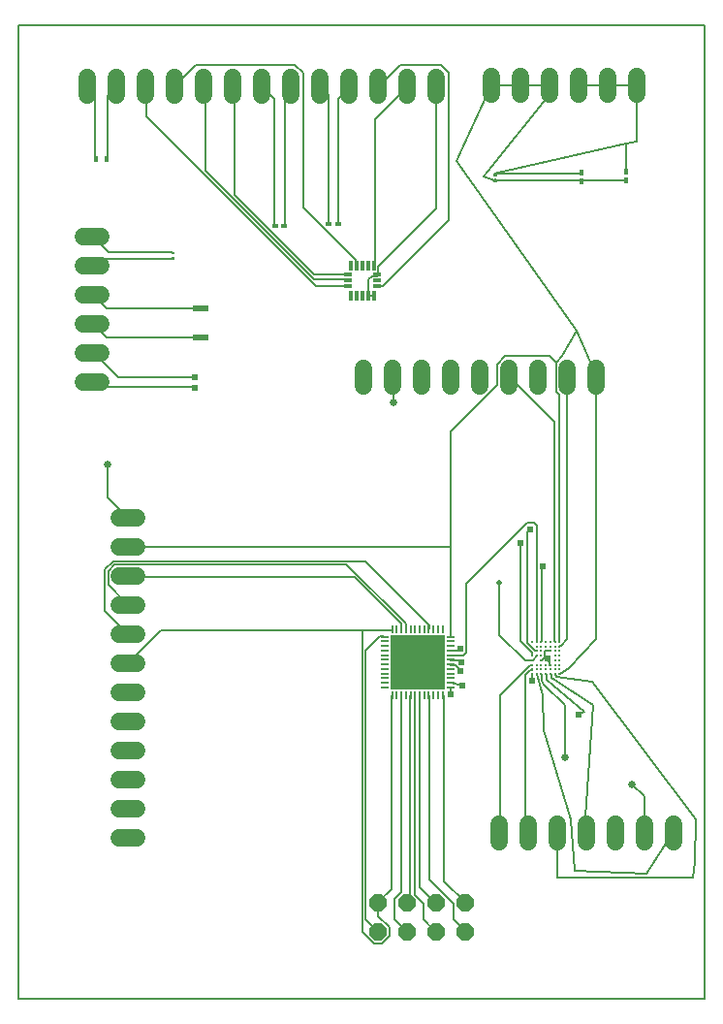
<source format=gtl>
G75*
%MOIN*%
%OFA0B0*%
%FSLAX25Y25*%
%IPPOS*%
%LPD*%
%AMOC8*
5,1,8,0,0,1.08239X$1,22.5*
%
%ADD10C,0.00600*%
%ADD11R,0.05354X0.02441*%
%ADD12R,0.01200X0.02200*%
%ADD13R,0.02200X0.01200*%
%ADD14R,0.01800X0.02000*%
%ADD15C,0.00709*%
%ADD16R,0.02441X0.02283*%
%ADD17C,0.00362*%
%ADD18C,0.00787*%
%ADD19R,0.01181X0.03642*%
%ADD20R,0.03150X0.01181*%
%ADD21R,0.02600X0.01000*%
%ADD22R,0.01000X0.02600*%
%ADD23R,0.18500X0.18500*%
%ADD24OC8,0.06000*%
%ADD25C,0.06000*%
%ADD26C,0.02400*%
%ADD27C,0.02600*%
%ADD28C,0.02000*%
D10*
X0001300Y0001300D02*
X0001300Y0335946D01*
X0237520Y0335946D01*
X0237520Y0001300D01*
X0001300Y0001300D01*
X0039179Y0116655D02*
X0039430Y0117095D01*
X0050430Y0128095D01*
X0119730Y0128095D01*
X0119730Y0024145D01*
X0123580Y0020295D01*
X0126330Y0020295D01*
X0129080Y0023045D01*
X0129080Y0025795D01*
X0125230Y0029645D01*
X0125230Y0034045D01*
X0124964Y0034326D01*
X0125230Y0034595D01*
X0129630Y0038995D01*
X0129630Y0105545D01*
X0129972Y0105744D01*
X0132930Y0105545D02*
X0133122Y0105744D01*
X0132930Y0105545D02*
X0132930Y0037895D01*
X0130730Y0035695D01*
X0130730Y0028545D01*
X0134580Y0024695D01*
X0134964Y0024326D01*
X0140630Y0028545D02*
X0144480Y0024695D01*
X0144964Y0024326D01*
X0140630Y0028545D02*
X0140630Y0034045D01*
X0137880Y0036795D01*
X0137880Y0105545D01*
X0137846Y0105744D01*
X0139421Y0105744D02*
X0139530Y0105545D01*
X0139530Y0039545D01*
X0144480Y0034595D01*
X0144964Y0034326D01*
X0151080Y0034045D02*
X0142830Y0042295D01*
X0142830Y0105545D01*
X0142570Y0105744D01*
X0147295Y0105744D02*
X0147780Y0105545D01*
X0147780Y0041745D01*
X0154930Y0034595D01*
X0154964Y0034326D01*
X0151080Y0034045D02*
X0151080Y0028545D01*
X0154930Y0024695D01*
X0154964Y0024326D01*
X0136230Y0035695D02*
X0135130Y0034595D01*
X0134964Y0034326D01*
X0136230Y0035695D02*
X0136230Y0105545D01*
X0136271Y0105744D01*
X0138633Y0117044D02*
X0132361Y0123316D01*
X0132361Y0124134D01*
X0129630Y0128095D02*
X0129972Y0128344D01*
X0129630Y0128095D02*
X0119730Y0128095D01*
X0125780Y0125895D02*
X0120830Y0120945D01*
X0120830Y0028545D01*
X0124680Y0024695D01*
X0124964Y0024326D01*
X0166675Y0058439D02*
X0167030Y0058795D01*
X0167030Y0105545D01*
X0177480Y0115995D01*
X0178030Y0115995D01*
X0178083Y0116089D01*
X0178286Y0117553D02*
X0175579Y0117553D01*
X0166851Y0126280D01*
X0166851Y0144396D01*
X0155480Y0144045D02*
X0155480Y0120395D01*
X0154380Y0119295D01*
X0149980Y0119295D01*
X0149933Y0119406D01*
X0149980Y0120945D02*
X0149933Y0120981D01*
X0149980Y0120945D02*
X0152730Y0120945D01*
X0153280Y0121495D01*
X0153280Y0117645D02*
X0149980Y0117645D01*
X0149933Y0117831D01*
X0149933Y0116257D02*
X0149980Y0115995D01*
X0151630Y0115995D01*
X0153280Y0114345D01*
X0153280Y0113795D01*
X0153830Y0117095D02*
X0153280Y0117645D01*
X0149980Y0109945D02*
X0149933Y0109957D01*
X0149980Y0109945D02*
X0153946Y0108790D01*
X0149980Y0108295D02*
X0149980Y0106095D01*
X0149980Y0108295D02*
X0149933Y0108383D01*
X0149933Y0125705D02*
X0149980Y0125895D01*
X0149980Y0156695D01*
X0039430Y0156695D01*
X0039179Y0156655D01*
X0033930Y0151745D02*
X0031180Y0148995D01*
X0031180Y0134695D01*
X0038880Y0126995D01*
X0039179Y0126655D01*
X0039179Y0136655D02*
X0038880Y0136895D01*
X0032280Y0143495D01*
X0032280Y0148445D01*
X0034480Y0150645D01*
X0114230Y0150645D01*
X0134580Y0130295D01*
X0134580Y0128645D01*
X0134696Y0128344D01*
X0133122Y0128344D02*
X0132930Y0128645D01*
X0132930Y0130295D01*
X0116980Y0146245D01*
X0039430Y0146245D01*
X0039179Y0146655D01*
X0033930Y0151745D02*
X0120830Y0151745D01*
X0142830Y0129745D01*
X0142830Y0128645D01*
X0142570Y0128344D01*
X0127333Y0125705D02*
X0126880Y0125895D01*
X0125780Y0125895D01*
X0149980Y0156695D02*
X0149980Y0196295D01*
X0165930Y0212245D01*
X0165930Y0219395D01*
X0168680Y0222145D01*
X0184080Y0222145D01*
X0186280Y0219945D01*
X0188480Y0222145D01*
X0193551Y0230923D01*
X0152175Y0289446D01*
X0163608Y0314740D01*
X0164109Y0315226D01*
X0174109Y0315226D01*
X0184109Y0315226D01*
X0184508Y0314740D01*
X0186158Y0314740D01*
X0161454Y0283998D01*
X0165031Y0282757D01*
X0165426Y0282545D01*
X0165581Y0282757D01*
X0194731Y0282757D01*
X0194984Y0282261D01*
X0195080Y0282645D01*
X0209930Y0282645D01*
X0210463Y0282457D01*
X0210463Y0285557D02*
X0210480Y0285945D01*
X0210480Y0295295D01*
X0210501Y0295204D01*
X0214208Y0296040D01*
X0214208Y0314740D01*
X0214109Y0315226D01*
X0204109Y0315226D01*
X0194109Y0315226D01*
X0210501Y0295204D02*
X0165031Y0284957D01*
X0165426Y0284750D01*
X0165581Y0284957D01*
X0194731Y0284957D01*
X0194984Y0285361D01*
X0193551Y0230923D02*
X0200030Y0215545D01*
X0200174Y0215016D01*
X0200030Y0214995D01*
X0200030Y0124795D01*
X0190788Y0114940D01*
X0187616Y0112986D01*
X0187531Y0112940D01*
X0185957Y0112940D02*
X0185948Y0112794D01*
X0186249Y0111901D01*
X0198866Y0110230D01*
X0234268Y0062819D01*
X0234097Y0048330D01*
X0233391Y0042840D01*
X0186819Y0043025D01*
X0186830Y0058245D01*
X0186675Y0058439D01*
X0191402Y0062946D02*
X0192753Y0045158D01*
X0217464Y0044154D01*
X0226430Y0058245D01*
X0226675Y0058439D01*
X0216675Y0058439D02*
X0216675Y0070791D01*
X0212569Y0074897D01*
X0196675Y0058439D02*
X0196180Y0058795D01*
X0199057Y0102296D01*
X0184630Y0111595D01*
X0184630Y0112695D01*
X0184382Y0112940D01*
X0182980Y0112695D02*
X0182980Y0111045D01*
X0196041Y0099969D01*
X0193980Y0098945D01*
X0189249Y0102119D02*
X0189249Y0084634D01*
X0189521Y0084362D01*
X0182163Y0093503D02*
X0191402Y0062946D01*
X0176675Y0058439D02*
X0176380Y0058795D01*
X0175830Y0059345D01*
X0175830Y0112695D01*
X0177480Y0114345D01*
X0178030Y0114345D01*
X0178083Y0114514D01*
X0178083Y0112940D02*
X0178030Y0112695D01*
X0178030Y0110495D01*
X0179657Y0112940D02*
X0181741Y0105679D01*
X0182163Y0093503D01*
X0189249Y0102119D02*
X0181953Y0109415D01*
X0181572Y0110740D01*
X0181572Y0112599D01*
X0181232Y0112940D01*
X0182807Y0112940D02*
X0182980Y0112695D01*
X0184080Y0115995D02*
X0184382Y0116089D01*
X0184080Y0115995D02*
X0184080Y0117095D01*
X0182980Y0118195D01*
X0183530Y0118195D01*
X0182980Y0118195D02*
X0182430Y0118745D01*
X0182430Y0120945D01*
X0182807Y0120814D01*
X0182980Y0120945D01*
X0184080Y0120945D01*
X0184382Y0120814D01*
X0182430Y0118745D02*
X0181330Y0117645D01*
X0181232Y0117664D01*
X0179657Y0119239D02*
X0178286Y0117553D01*
X0178083Y0119239D02*
X0178030Y0119295D01*
X0178030Y0120395D01*
X0174180Y0124245D01*
X0174180Y0157795D01*
X0176380Y0161645D02*
X0177480Y0162745D01*
X0176380Y0161645D02*
X0176380Y0123695D01*
X0179130Y0120945D01*
X0179680Y0120945D01*
X0179657Y0120814D01*
X0179657Y0123963D02*
X0179680Y0124245D01*
X0179680Y0163845D01*
X0178580Y0164945D01*
X0176380Y0164945D01*
X0155480Y0144045D01*
X0181330Y0149545D02*
X0181330Y0124245D01*
X0181232Y0123963D01*
X0185730Y0124245D02*
X0185957Y0123963D01*
X0185730Y0124245D02*
X0185730Y0199595D01*
X0170330Y0214995D01*
X0170174Y0215016D01*
X0186280Y0219945D02*
X0186280Y0210045D01*
X0187380Y0208945D01*
X0187380Y0124245D01*
X0187531Y0123963D01*
X0187380Y0122595D02*
X0187531Y0122388D01*
X0187380Y0122595D02*
X0187930Y0122595D01*
X0190130Y0124795D01*
X0190130Y0214995D01*
X0190174Y0215016D01*
X0149337Y0268953D02*
X0149337Y0319553D01*
X0146587Y0322303D01*
X0132837Y0322303D01*
X0125687Y0315153D01*
X0125240Y0315093D01*
X0135037Y0314603D02*
X0124037Y0303603D01*
X0124037Y0253553D01*
X0123676Y0253231D01*
X0125137Y0253003D02*
X0125137Y0250253D01*
X0124759Y0250130D01*
X0124587Y0249703D01*
X0122937Y0249703D01*
X0121837Y0248603D01*
X0121837Y0243103D01*
X0121707Y0243093D01*
X0121837Y0243103D02*
X0123487Y0243103D01*
X0123676Y0243093D01*
X0124759Y0246193D02*
X0125137Y0246403D01*
X0126787Y0246403D01*
X0149337Y0268953D01*
X0144937Y0272803D02*
X0144937Y0314603D01*
X0145240Y0315093D01*
X0135240Y0315093D02*
X0135037Y0314603D01*
X0115237Y0314603D02*
X0115240Y0315093D01*
X0115237Y0314603D02*
X0111387Y0310753D01*
X0111387Y0267853D01*
X0111314Y0267772D01*
X0108214Y0267772D02*
X0108087Y0267853D01*
X0108087Y0311853D01*
X0105337Y0314603D01*
X0105240Y0315093D01*
X0099287Y0319553D02*
X0096537Y0322303D01*
X0062437Y0322303D01*
X0055287Y0315153D01*
X0055240Y0315093D01*
X0045387Y0314603D02*
X0045387Y0304703D01*
X0103687Y0246403D01*
X0114687Y0246403D01*
X0114719Y0246193D01*
X0114719Y0248162D02*
X0114687Y0248603D01*
X0103137Y0248603D01*
X0065737Y0286003D01*
X0065737Y0314603D01*
X0065240Y0315093D01*
X0075240Y0315093D02*
X0075637Y0314603D01*
X0075637Y0277753D01*
X0103137Y0250253D01*
X0114687Y0250253D01*
X0114719Y0250130D01*
X0117770Y0253231D02*
X0117437Y0253553D01*
X0117437Y0255203D01*
X0099287Y0273353D01*
X0099287Y0319553D01*
X0095240Y0315093D02*
X0094887Y0314603D01*
X0093237Y0312953D01*
X0093237Y0267303D01*
X0092698Y0266916D01*
X0089598Y0266916D02*
X0089387Y0267303D01*
X0089387Y0310753D01*
X0085537Y0314603D01*
X0085240Y0315093D01*
X0045387Y0314603D02*
X0045240Y0315093D01*
X0035240Y0315093D02*
X0034937Y0314603D01*
X0032187Y0311853D01*
X0032187Y0290403D01*
X0031717Y0290009D01*
X0028117Y0290009D02*
X0027787Y0290403D01*
X0027787Y0312403D01*
X0025587Y0314603D01*
X0025240Y0315093D01*
X0026781Y0263344D02*
X0027330Y0262845D01*
X0032280Y0257895D01*
X0054280Y0257895D01*
X0054439Y0257773D01*
X0054439Y0255922D02*
X0054280Y0255695D01*
X0029530Y0255695D01*
X0027330Y0253495D01*
X0026781Y0253344D01*
X0026781Y0243344D02*
X0027330Y0243045D01*
X0031730Y0238645D01*
X0063630Y0238645D01*
X0063965Y0238612D01*
X0063630Y0228745D02*
X0063965Y0228454D01*
X0063630Y0228745D02*
X0031730Y0228745D01*
X0027330Y0233145D01*
X0026781Y0233344D01*
X0026781Y0223344D02*
X0027330Y0223245D01*
X0035580Y0214995D01*
X0061980Y0214995D01*
X0062024Y0214848D01*
X0061980Y0211695D02*
X0062024Y0211147D01*
X0061980Y0211695D02*
X0028430Y0211695D01*
X0027330Y0212795D01*
X0026781Y0213344D01*
X0032133Y0184878D02*
X0032133Y0173700D01*
X0039179Y0166655D01*
X0125137Y0253003D02*
X0144937Y0272803D01*
X0130174Y0215016D02*
X0130403Y0214787D01*
X0130403Y0206284D01*
X0181880Y0150095D02*
X0181330Y0149545D01*
D11*
X0063965Y0228454D03*
X0063965Y0238612D03*
D12*
X0194984Y0282261D03*
X0194984Y0285361D03*
X0210463Y0285557D03*
X0210463Y0282457D03*
D13*
X0111314Y0267772D03*
X0108214Y0267772D03*
X0092698Y0266916D03*
X0089598Y0266916D03*
D14*
X0031717Y0290009D03*
X0028117Y0290009D03*
D15*
X0165072Y0285065D02*
X0165072Y0284435D01*
X0165072Y0285065D02*
X0165780Y0285065D01*
X0165780Y0284435D01*
X0165072Y0284435D01*
X0165072Y0282860D02*
X0165072Y0282230D01*
X0165072Y0282860D02*
X0165780Y0282860D01*
X0165780Y0282230D01*
X0165072Y0282230D01*
D16*
X0062024Y0214848D03*
X0062024Y0211147D03*
D17*
X0054030Y0255650D02*
X0054030Y0256194D01*
X0054848Y0256194D01*
X0054848Y0255650D01*
X0054030Y0255650D01*
X0054030Y0256011D02*
X0054848Y0256011D01*
X0054030Y0257501D02*
X0054030Y0258045D01*
X0054848Y0258045D01*
X0054848Y0257501D01*
X0054030Y0257501D01*
X0054030Y0257862D02*
X0054848Y0257862D01*
D18*
X0178083Y0123963D03*
X0179657Y0123963D03*
X0179657Y0122388D03*
X0179657Y0120814D03*
X0181232Y0120814D03*
X0181232Y0122388D03*
X0182807Y0122388D03*
X0182807Y0120814D03*
X0184382Y0120814D03*
X0184382Y0122388D03*
X0185957Y0122388D03*
X0185957Y0120814D03*
X0187531Y0120814D03*
X0187531Y0122388D03*
X0187531Y0123963D03*
X0185957Y0123963D03*
X0184382Y0123963D03*
X0182807Y0123963D03*
X0181232Y0123963D03*
X0181232Y0119239D03*
X0179657Y0119239D03*
X0178083Y0119239D03*
X0178083Y0116089D03*
X0179657Y0116089D03*
X0179657Y0114514D03*
X0179657Y0112940D03*
X0178083Y0112940D03*
X0178083Y0114514D03*
X0181232Y0114514D03*
X0181232Y0112940D03*
X0182807Y0112940D03*
X0182807Y0114514D03*
X0184382Y0114514D03*
X0184382Y0112940D03*
X0185957Y0112940D03*
X0187531Y0112940D03*
X0187531Y0114514D03*
X0185957Y0114514D03*
X0185957Y0116089D03*
X0187531Y0116089D03*
X0187531Y0117664D03*
X0185957Y0117664D03*
X0185957Y0119239D03*
X0187531Y0119239D03*
X0184382Y0116089D03*
X0182807Y0116089D03*
X0181232Y0116089D03*
X0181232Y0117664D03*
D19*
X0123676Y0243093D03*
X0121707Y0243093D03*
X0119739Y0243093D03*
X0117770Y0243093D03*
X0115802Y0243093D03*
X0115802Y0253231D03*
X0117770Y0253231D03*
X0119739Y0253231D03*
X0121707Y0253231D03*
X0123676Y0253231D03*
D20*
X0124759Y0250130D03*
X0124759Y0248162D03*
X0124759Y0246193D03*
X0114719Y0246193D03*
X0114719Y0248162D03*
X0114719Y0250130D03*
D21*
X0127333Y0125705D03*
X0127333Y0124131D03*
X0127333Y0122556D03*
X0127333Y0120981D03*
X0127333Y0119406D03*
X0127333Y0117831D03*
X0127333Y0116257D03*
X0127333Y0114682D03*
X0127333Y0113107D03*
X0127333Y0111532D03*
X0127333Y0109957D03*
X0127333Y0108383D03*
X0149933Y0108383D03*
X0149933Y0109957D03*
X0149933Y0111532D03*
X0149933Y0113107D03*
X0149933Y0114682D03*
X0149933Y0116257D03*
X0149933Y0117831D03*
X0149933Y0119406D03*
X0149933Y0120981D03*
X0149933Y0122556D03*
X0149933Y0124131D03*
X0149933Y0125705D03*
D22*
X0147295Y0128344D03*
X0145720Y0128344D03*
X0144145Y0128344D03*
X0142570Y0128344D03*
X0140996Y0128344D03*
X0139421Y0128344D03*
X0137846Y0128344D03*
X0136271Y0128344D03*
X0134696Y0128344D03*
X0133122Y0128344D03*
X0131547Y0128344D03*
X0129972Y0128344D03*
X0129972Y0105744D03*
X0131547Y0105744D03*
X0133122Y0105744D03*
X0134696Y0105744D03*
X0136271Y0105744D03*
X0137846Y0105744D03*
X0139421Y0105744D03*
X0140996Y0105744D03*
X0142570Y0105744D03*
X0144145Y0105744D03*
X0145720Y0105744D03*
X0147295Y0105744D03*
D23*
X0138633Y0117044D03*
D24*
X0134964Y0034326D03*
X0134964Y0024326D03*
X0144964Y0024326D03*
X0144964Y0034326D03*
X0154964Y0034326D03*
X0154964Y0024326D03*
X0124964Y0024326D03*
X0124964Y0034326D03*
D25*
X0166675Y0055439D02*
X0166675Y0061439D01*
X0176675Y0061439D02*
X0176675Y0055439D01*
X0186675Y0055439D02*
X0186675Y0061439D01*
X0196675Y0061439D02*
X0196675Y0055439D01*
X0206675Y0055439D02*
X0206675Y0061439D01*
X0216675Y0061439D02*
X0216675Y0055439D01*
X0226675Y0055439D02*
X0226675Y0061439D01*
X0200174Y0212016D02*
X0200174Y0218016D01*
X0190174Y0218016D02*
X0190174Y0212016D01*
X0180174Y0212016D02*
X0180174Y0218016D01*
X0170174Y0218016D02*
X0170174Y0212016D01*
X0160174Y0212016D02*
X0160174Y0218016D01*
X0150174Y0218016D02*
X0150174Y0212016D01*
X0140174Y0212016D02*
X0140174Y0218016D01*
X0130174Y0218016D02*
X0130174Y0212016D01*
X0120174Y0212016D02*
X0120174Y0218016D01*
X0115240Y0312093D02*
X0115240Y0318093D01*
X0105240Y0318093D02*
X0105240Y0312093D01*
X0095240Y0312093D02*
X0095240Y0318093D01*
X0085240Y0318093D02*
X0085240Y0312093D01*
X0075240Y0312093D02*
X0075240Y0318093D01*
X0065240Y0318093D02*
X0065240Y0312093D01*
X0055240Y0312093D02*
X0055240Y0318093D01*
X0045240Y0318093D02*
X0045240Y0312093D01*
X0035240Y0312093D02*
X0035240Y0318093D01*
X0025240Y0318093D02*
X0025240Y0312093D01*
X0023781Y0263344D02*
X0029781Y0263344D01*
X0029781Y0253344D02*
X0023781Y0253344D01*
X0023781Y0243344D02*
X0029781Y0243344D01*
X0029781Y0233344D02*
X0023781Y0233344D01*
X0023781Y0223344D02*
X0029781Y0223344D01*
X0029781Y0213344D02*
X0023781Y0213344D01*
X0036179Y0166655D02*
X0042179Y0166655D01*
X0042179Y0156655D02*
X0036179Y0156655D01*
X0036179Y0146655D02*
X0042179Y0146655D01*
X0042179Y0136655D02*
X0036179Y0136655D01*
X0036179Y0126655D02*
X0042179Y0126655D01*
X0042179Y0116655D02*
X0036179Y0116655D01*
X0036179Y0106655D02*
X0042179Y0106655D01*
X0042179Y0096655D02*
X0036179Y0096655D01*
X0036179Y0086655D02*
X0042179Y0086655D01*
X0042179Y0076655D02*
X0036179Y0076655D01*
X0036179Y0066655D02*
X0042179Y0066655D01*
X0042179Y0056655D02*
X0036179Y0056655D01*
X0125240Y0312093D02*
X0125240Y0318093D01*
X0135240Y0318093D02*
X0135240Y0312093D01*
X0145240Y0312093D02*
X0145240Y0318093D01*
X0164109Y0318226D02*
X0164109Y0312226D01*
X0174109Y0312226D02*
X0174109Y0318226D01*
X0184109Y0318226D02*
X0184109Y0312226D01*
X0194109Y0312226D02*
X0194109Y0318226D01*
X0204109Y0318226D02*
X0204109Y0312226D01*
X0214109Y0312226D02*
X0214109Y0318226D01*
D26*
X0177480Y0162745D03*
X0174180Y0157795D03*
X0181880Y0150095D03*
X0183530Y0118195D03*
X0178030Y0110495D03*
X0193980Y0098945D03*
X0153946Y0108790D03*
X0153280Y0113795D03*
X0153830Y0117095D03*
X0153280Y0121495D03*
X0149980Y0106095D03*
D27*
X0145145Y0111339D03*
X0140641Y0111215D03*
X0135847Y0111174D03*
X0131839Y0111298D03*
X0131839Y0119337D03*
X0132361Y0124134D03*
X0137215Y0123968D03*
X0137400Y0119275D03*
X0144197Y0119275D03*
X0143579Y0124153D03*
X0189521Y0084362D03*
X0212569Y0074897D03*
X0130403Y0206284D03*
X0032133Y0184878D03*
D28*
X0166851Y0144396D03*
M02*

</source>
